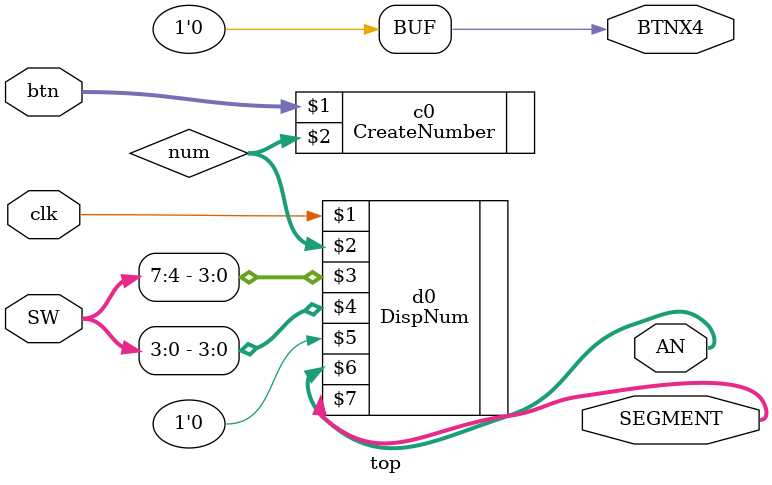
<source format=v>
`timescale 1ns / 1ps
module top(
	input wire clk,
	input wire [7:0] SW,
	input wire [3:0] btn,
	output wire [3:0] AN,
	output wire [7:0] SEGMENT,
	output wire BTNX4);
				
	wire [15:0] num;
	
	CreateNumber
		c0(btn[3:0],num[15:0]);
		
	DispNum
		d0(clk,num[15:0],SW[7:4],SW[3:0],1'b0,AN[3:0],SEGMENT[7:0]);
		
	assign BTNX4=1'b0;//Enable button inputs

endmodule
</source>
